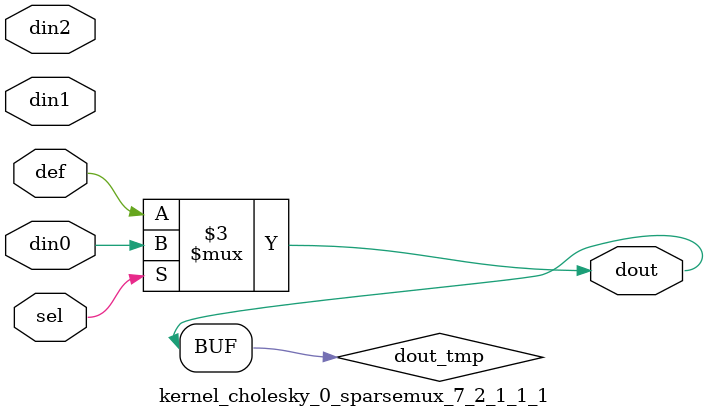
<source format=v>
`timescale 1ns / 1ps

module kernel_cholesky_0_sparsemux_7_2_1_1_1 (din0,din1,din2,def,sel,dout);

parameter din0_WIDTH = 1;

parameter din1_WIDTH = 1;

parameter din2_WIDTH = 1;

parameter def_WIDTH = 1;
parameter sel_WIDTH = 1;
parameter dout_WIDTH = 1;

parameter [sel_WIDTH-1:0] CASE0 = 1;

parameter [sel_WIDTH-1:0] CASE1 = 1;

parameter [sel_WIDTH-1:0] CASE2 = 1;

parameter ID = 1;
parameter NUM_STAGE = 1;



input [din0_WIDTH-1:0] din0;

input [din1_WIDTH-1:0] din1;

input [din2_WIDTH-1:0] din2;

input [def_WIDTH-1:0] def;
input [sel_WIDTH-1:0] sel;

output [dout_WIDTH-1:0] dout;



reg [dout_WIDTH-1:0] dout_tmp;


always @ (*) begin
(* parallel_case *) case (sel)
    
    CASE0 : dout_tmp = din0;
    
    CASE1 : dout_tmp = din1;
    
    CASE2 : dout_tmp = din2;
    
    default : dout_tmp = def;
endcase
end


assign dout = dout_tmp;



endmodule

</source>
